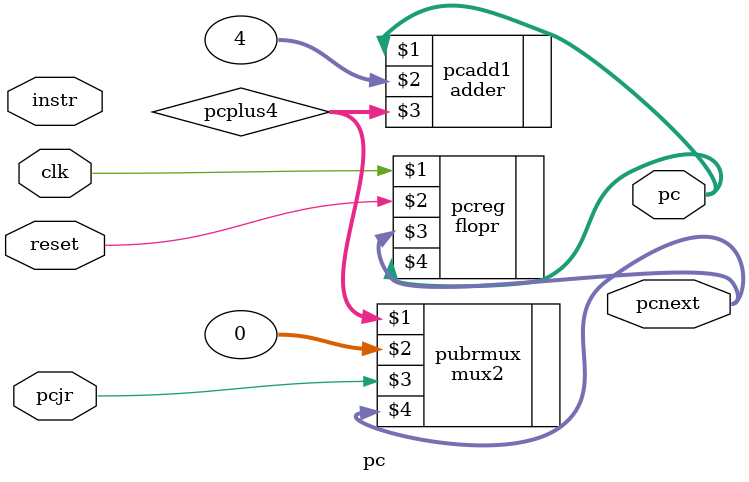
<source format=sv>
`timescale 1ns / 1ps


module pc(
    input logic clk, reset,
    input logic [31:0]instr,
    input logic pcjr,
    output logic[31:0]pc,
    output logic [31:0]pcnext
    );
    logic [31:0] pcplus4;
    
    flopr #(32) pcreg(clk, reset, pcnext, pc);
    adder       pcadd1(pc, 32'b100, pcplus4);
    mux2  #(32) pubrmux(pcplus4, 32'b0, pcjr, pcnext);
    
endmodule

</source>
